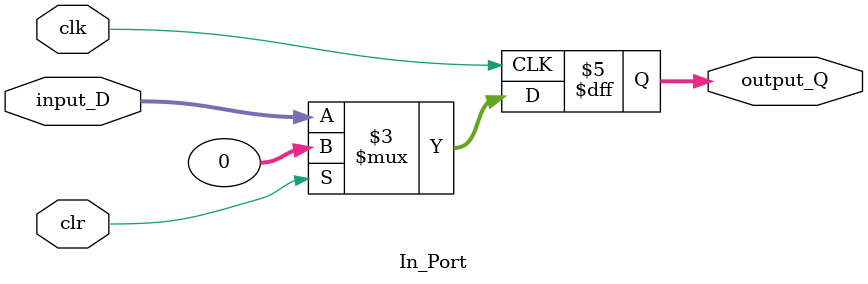
<source format=v>
`timescale 1ns/10ps

module In_Port (
  input clk,
  input clr,
  input [31:0] input_D, //input unit
  output reg [31:0] output_Q //buxmuxinport
  );
  
  always @(posedge clk)
    begin
      if (clr)
      	output_Q = 0;
      else
      	output_Q <= input_D;
    end
endmodule
</source>
